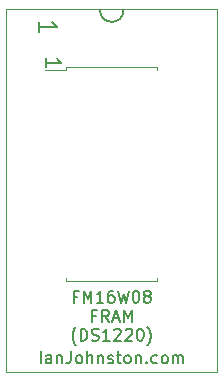
<source format=gbr>
%TF.GenerationSoftware,KiCad,Pcbnew,8.0.3*%
%TF.CreationDate,2024-06-20T11:34:12+01:00*%
%TF.ProjectId,FM16W08-3458A-AdaptorV1.0,464d3136-5730-4382-9d33-343538412d41,rev?*%
%TF.SameCoordinates,Original*%
%TF.FileFunction,Legend,Top*%
%TF.FilePolarity,Positive*%
%FSLAX46Y46*%
G04 Gerber Fmt 4.6, Leading zero omitted, Abs format (unit mm)*
G04 Created by KiCad (PCBNEW 8.0.3) date 2024-06-20 11:34:12*
%MOMM*%
%LPD*%
G01*
G04 APERTURE LIST*
%ADD10C,0.150000*%
%ADD11C,0.203200*%
%ADD12C,0.120000*%
%ADD13C,0.200000*%
G04 APERTURE END LIST*
D10*
X142312190Y-110867819D02*
X142312190Y-109867819D01*
X143216951Y-110867819D02*
X143216951Y-110344009D01*
X143216951Y-110344009D02*
X143169332Y-110248771D01*
X143169332Y-110248771D02*
X143074094Y-110201152D01*
X143074094Y-110201152D02*
X142883618Y-110201152D01*
X142883618Y-110201152D02*
X142788380Y-110248771D01*
X143216951Y-110820200D02*
X143121713Y-110867819D01*
X143121713Y-110867819D02*
X142883618Y-110867819D01*
X142883618Y-110867819D02*
X142788380Y-110820200D01*
X142788380Y-110820200D02*
X142740761Y-110724961D01*
X142740761Y-110724961D02*
X142740761Y-110629723D01*
X142740761Y-110629723D02*
X142788380Y-110534485D01*
X142788380Y-110534485D02*
X142883618Y-110486866D01*
X142883618Y-110486866D02*
X143121713Y-110486866D01*
X143121713Y-110486866D02*
X143216951Y-110439247D01*
X143693142Y-110201152D02*
X143693142Y-110867819D01*
X143693142Y-110296390D02*
X143740761Y-110248771D01*
X143740761Y-110248771D02*
X143835999Y-110201152D01*
X143835999Y-110201152D02*
X143978856Y-110201152D01*
X143978856Y-110201152D02*
X144074094Y-110248771D01*
X144074094Y-110248771D02*
X144121713Y-110344009D01*
X144121713Y-110344009D02*
X144121713Y-110867819D01*
X144883618Y-109867819D02*
X144883618Y-110582104D01*
X144883618Y-110582104D02*
X144835999Y-110724961D01*
X144835999Y-110724961D02*
X144740761Y-110820200D01*
X144740761Y-110820200D02*
X144597904Y-110867819D01*
X144597904Y-110867819D02*
X144502666Y-110867819D01*
X145502666Y-110867819D02*
X145407428Y-110820200D01*
X145407428Y-110820200D02*
X145359809Y-110772580D01*
X145359809Y-110772580D02*
X145312190Y-110677342D01*
X145312190Y-110677342D02*
X145312190Y-110391628D01*
X145312190Y-110391628D02*
X145359809Y-110296390D01*
X145359809Y-110296390D02*
X145407428Y-110248771D01*
X145407428Y-110248771D02*
X145502666Y-110201152D01*
X145502666Y-110201152D02*
X145645523Y-110201152D01*
X145645523Y-110201152D02*
X145740761Y-110248771D01*
X145740761Y-110248771D02*
X145788380Y-110296390D01*
X145788380Y-110296390D02*
X145835999Y-110391628D01*
X145835999Y-110391628D02*
X145835999Y-110677342D01*
X145835999Y-110677342D02*
X145788380Y-110772580D01*
X145788380Y-110772580D02*
X145740761Y-110820200D01*
X145740761Y-110820200D02*
X145645523Y-110867819D01*
X145645523Y-110867819D02*
X145502666Y-110867819D01*
X146264571Y-110867819D02*
X146264571Y-109867819D01*
X146693142Y-110867819D02*
X146693142Y-110344009D01*
X146693142Y-110344009D02*
X146645523Y-110248771D01*
X146645523Y-110248771D02*
X146550285Y-110201152D01*
X146550285Y-110201152D02*
X146407428Y-110201152D01*
X146407428Y-110201152D02*
X146312190Y-110248771D01*
X146312190Y-110248771D02*
X146264571Y-110296390D01*
X147169333Y-110201152D02*
X147169333Y-110867819D01*
X147169333Y-110296390D02*
X147216952Y-110248771D01*
X147216952Y-110248771D02*
X147312190Y-110201152D01*
X147312190Y-110201152D02*
X147455047Y-110201152D01*
X147455047Y-110201152D02*
X147550285Y-110248771D01*
X147550285Y-110248771D02*
X147597904Y-110344009D01*
X147597904Y-110344009D02*
X147597904Y-110867819D01*
X148026476Y-110820200D02*
X148121714Y-110867819D01*
X148121714Y-110867819D02*
X148312190Y-110867819D01*
X148312190Y-110867819D02*
X148407428Y-110820200D01*
X148407428Y-110820200D02*
X148455047Y-110724961D01*
X148455047Y-110724961D02*
X148455047Y-110677342D01*
X148455047Y-110677342D02*
X148407428Y-110582104D01*
X148407428Y-110582104D02*
X148312190Y-110534485D01*
X148312190Y-110534485D02*
X148169333Y-110534485D01*
X148169333Y-110534485D02*
X148074095Y-110486866D01*
X148074095Y-110486866D02*
X148026476Y-110391628D01*
X148026476Y-110391628D02*
X148026476Y-110344009D01*
X148026476Y-110344009D02*
X148074095Y-110248771D01*
X148074095Y-110248771D02*
X148169333Y-110201152D01*
X148169333Y-110201152D02*
X148312190Y-110201152D01*
X148312190Y-110201152D02*
X148407428Y-110248771D01*
X148740762Y-110201152D02*
X149121714Y-110201152D01*
X148883619Y-109867819D02*
X148883619Y-110724961D01*
X148883619Y-110724961D02*
X148931238Y-110820200D01*
X148931238Y-110820200D02*
X149026476Y-110867819D01*
X149026476Y-110867819D02*
X149121714Y-110867819D01*
X149597905Y-110867819D02*
X149502667Y-110820200D01*
X149502667Y-110820200D02*
X149455048Y-110772580D01*
X149455048Y-110772580D02*
X149407429Y-110677342D01*
X149407429Y-110677342D02*
X149407429Y-110391628D01*
X149407429Y-110391628D02*
X149455048Y-110296390D01*
X149455048Y-110296390D02*
X149502667Y-110248771D01*
X149502667Y-110248771D02*
X149597905Y-110201152D01*
X149597905Y-110201152D02*
X149740762Y-110201152D01*
X149740762Y-110201152D02*
X149836000Y-110248771D01*
X149836000Y-110248771D02*
X149883619Y-110296390D01*
X149883619Y-110296390D02*
X149931238Y-110391628D01*
X149931238Y-110391628D02*
X149931238Y-110677342D01*
X149931238Y-110677342D02*
X149883619Y-110772580D01*
X149883619Y-110772580D02*
X149836000Y-110820200D01*
X149836000Y-110820200D02*
X149740762Y-110867819D01*
X149740762Y-110867819D02*
X149597905Y-110867819D01*
X150359810Y-110201152D02*
X150359810Y-110867819D01*
X150359810Y-110296390D02*
X150407429Y-110248771D01*
X150407429Y-110248771D02*
X150502667Y-110201152D01*
X150502667Y-110201152D02*
X150645524Y-110201152D01*
X150645524Y-110201152D02*
X150740762Y-110248771D01*
X150740762Y-110248771D02*
X150788381Y-110344009D01*
X150788381Y-110344009D02*
X150788381Y-110867819D01*
X151264572Y-110772580D02*
X151312191Y-110820200D01*
X151312191Y-110820200D02*
X151264572Y-110867819D01*
X151264572Y-110867819D02*
X151216953Y-110820200D01*
X151216953Y-110820200D02*
X151264572Y-110772580D01*
X151264572Y-110772580D02*
X151264572Y-110867819D01*
X152169333Y-110820200D02*
X152074095Y-110867819D01*
X152074095Y-110867819D02*
X151883619Y-110867819D01*
X151883619Y-110867819D02*
X151788381Y-110820200D01*
X151788381Y-110820200D02*
X151740762Y-110772580D01*
X151740762Y-110772580D02*
X151693143Y-110677342D01*
X151693143Y-110677342D02*
X151693143Y-110391628D01*
X151693143Y-110391628D02*
X151740762Y-110296390D01*
X151740762Y-110296390D02*
X151788381Y-110248771D01*
X151788381Y-110248771D02*
X151883619Y-110201152D01*
X151883619Y-110201152D02*
X152074095Y-110201152D01*
X152074095Y-110201152D02*
X152169333Y-110248771D01*
X152740762Y-110867819D02*
X152645524Y-110820200D01*
X152645524Y-110820200D02*
X152597905Y-110772580D01*
X152597905Y-110772580D02*
X152550286Y-110677342D01*
X152550286Y-110677342D02*
X152550286Y-110391628D01*
X152550286Y-110391628D02*
X152597905Y-110296390D01*
X152597905Y-110296390D02*
X152645524Y-110248771D01*
X152645524Y-110248771D02*
X152740762Y-110201152D01*
X152740762Y-110201152D02*
X152883619Y-110201152D01*
X152883619Y-110201152D02*
X152978857Y-110248771D01*
X152978857Y-110248771D02*
X153026476Y-110296390D01*
X153026476Y-110296390D02*
X153074095Y-110391628D01*
X153074095Y-110391628D02*
X153074095Y-110677342D01*
X153074095Y-110677342D02*
X153026476Y-110772580D01*
X153026476Y-110772580D02*
X152978857Y-110820200D01*
X152978857Y-110820200D02*
X152883619Y-110867819D01*
X152883619Y-110867819D02*
X152740762Y-110867819D01*
X153502667Y-110867819D02*
X153502667Y-110201152D01*
X153502667Y-110296390D02*
X153550286Y-110248771D01*
X153550286Y-110248771D02*
X153645524Y-110201152D01*
X153645524Y-110201152D02*
X153788381Y-110201152D01*
X153788381Y-110201152D02*
X153883619Y-110248771D01*
X153883619Y-110248771D02*
X153931238Y-110344009D01*
X153931238Y-110344009D02*
X153931238Y-110867819D01*
X153931238Y-110344009D02*
X153978857Y-110248771D01*
X153978857Y-110248771D02*
X154074095Y-110201152D01*
X154074095Y-110201152D02*
X154216952Y-110201152D01*
X154216952Y-110201152D02*
X154312191Y-110248771D01*
X154312191Y-110248771D02*
X154359810Y-110344009D01*
X154359810Y-110344009D02*
X154359810Y-110867819D01*
X142784223Y-85775303D02*
X142784223Y-85049588D01*
X142784223Y-85412445D02*
X144054223Y-85412445D01*
X144054223Y-85412445D02*
X143872795Y-85291493D01*
X143872795Y-85291493D02*
X143751842Y-85170541D01*
X143751842Y-85170541D02*
X143691366Y-85049588D01*
X145431238Y-105219121D02*
X145097905Y-105219121D01*
X145097905Y-105742931D02*
X145097905Y-104742931D01*
X145097905Y-104742931D02*
X145574095Y-104742931D01*
X145955048Y-105742931D02*
X145955048Y-104742931D01*
X145955048Y-104742931D02*
X146288381Y-105457216D01*
X146288381Y-105457216D02*
X146621714Y-104742931D01*
X146621714Y-104742931D02*
X146621714Y-105742931D01*
X147621714Y-105742931D02*
X147050286Y-105742931D01*
X147336000Y-105742931D02*
X147336000Y-104742931D01*
X147336000Y-104742931D02*
X147240762Y-104885788D01*
X147240762Y-104885788D02*
X147145524Y-104981026D01*
X147145524Y-104981026D02*
X147050286Y-105028645D01*
X148478857Y-104742931D02*
X148288381Y-104742931D01*
X148288381Y-104742931D02*
X148193143Y-104790550D01*
X148193143Y-104790550D02*
X148145524Y-104838169D01*
X148145524Y-104838169D02*
X148050286Y-104981026D01*
X148050286Y-104981026D02*
X148002667Y-105171502D01*
X148002667Y-105171502D02*
X148002667Y-105552454D01*
X148002667Y-105552454D02*
X148050286Y-105647692D01*
X148050286Y-105647692D02*
X148097905Y-105695312D01*
X148097905Y-105695312D02*
X148193143Y-105742931D01*
X148193143Y-105742931D02*
X148383619Y-105742931D01*
X148383619Y-105742931D02*
X148478857Y-105695312D01*
X148478857Y-105695312D02*
X148526476Y-105647692D01*
X148526476Y-105647692D02*
X148574095Y-105552454D01*
X148574095Y-105552454D02*
X148574095Y-105314359D01*
X148574095Y-105314359D02*
X148526476Y-105219121D01*
X148526476Y-105219121D02*
X148478857Y-105171502D01*
X148478857Y-105171502D02*
X148383619Y-105123883D01*
X148383619Y-105123883D02*
X148193143Y-105123883D01*
X148193143Y-105123883D02*
X148097905Y-105171502D01*
X148097905Y-105171502D02*
X148050286Y-105219121D01*
X148050286Y-105219121D02*
X148002667Y-105314359D01*
X148907429Y-104742931D02*
X149145524Y-105742931D01*
X149145524Y-105742931D02*
X149336000Y-105028645D01*
X149336000Y-105028645D02*
X149526476Y-105742931D01*
X149526476Y-105742931D02*
X149764572Y-104742931D01*
X150336000Y-104742931D02*
X150431238Y-104742931D01*
X150431238Y-104742931D02*
X150526476Y-104790550D01*
X150526476Y-104790550D02*
X150574095Y-104838169D01*
X150574095Y-104838169D02*
X150621714Y-104933407D01*
X150621714Y-104933407D02*
X150669333Y-105123883D01*
X150669333Y-105123883D02*
X150669333Y-105361978D01*
X150669333Y-105361978D02*
X150621714Y-105552454D01*
X150621714Y-105552454D02*
X150574095Y-105647692D01*
X150574095Y-105647692D02*
X150526476Y-105695312D01*
X150526476Y-105695312D02*
X150431238Y-105742931D01*
X150431238Y-105742931D02*
X150336000Y-105742931D01*
X150336000Y-105742931D02*
X150240762Y-105695312D01*
X150240762Y-105695312D02*
X150193143Y-105647692D01*
X150193143Y-105647692D02*
X150145524Y-105552454D01*
X150145524Y-105552454D02*
X150097905Y-105361978D01*
X150097905Y-105361978D02*
X150097905Y-105123883D01*
X150097905Y-105123883D02*
X150145524Y-104933407D01*
X150145524Y-104933407D02*
X150193143Y-104838169D01*
X150193143Y-104838169D02*
X150240762Y-104790550D01*
X150240762Y-104790550D02*
X150336000Y-104742931D01*
X151240762Y-105171502D02*
X151145524Y-105123883D01*
X151145524Y-105123883D02*
X151097905Y-105076264D01*
X151097905Y-105076264D02*
X151050286Y-104981026D01*
X151050286Y-104981026D02*
X151050286Y-104933407D01*
X151050286Y-104933407D02*
X151097905Y-104838169D01*
X151097905Y-104838169D02*
X151145524Y-104790550D01*
X151145524Y-104790550D02*
X151240762Y-104742931D01*
X151240762Y-104742931D02*
X151431238Y-104742931D01*
X151431238Y-104742931D02*
X151526476Y-104790550D01*
X151526476Y-104790550D02*
X151574095Y-104838169D01*
X151574095Y-104838169D02*
X151621714Y-104933407D01*
X151621714Y-104933407D02*
X151621714Y-104981026D01*
X151621714Y-104981026D02*
X151574095Y-105076264D01*
X151574095Y-105076264D02*
X151526476Y-105123883D01*
X151526476Y-105123883D02*
X151431238Y-105171502D01*
X151431238Y-105171502D02*
X151240762Y-105171502D01*
X151240762Y-105171502D02*
X151145524Y-105219121D01*
X151145524Y-105219121D02*
X151097905Y-105266740D01*
X151097905Y-105266740D02*
X151050286Y-105361978D01*
X151050286Y-105361978D02*
X151050286Y-105552454D01*
X151050286Y-105552454D02*
X151097905Y-105647692D01*
X151097905Y-105647692D02*
X151145524Y-105695312D01*
X151145524Y-105695312D02*
X151240762Y-105742931D01*
X151240762Y-105742931D02*
X151431238Y-105742931D01*
X151431238Y-105742931D02*
X151526476Y-105695312D01*
X151526476Y-105695312D02*
X151574095Y-105647692D01*
X151574095Y-105647692D02*
X151621714Y-105552454D01*
X151621714Y-105552454D02*
X151621714Y-105361978D01*
X151621714Y-105361978D02*
X151574095Y-105266740D01*
X151574095Y-105266740D02*
X151526476Y-105219121D01*
X151526476Y-105219121D02*
X151431238Y-105171502D01*
X146978857Y-106829065D02*
X146645524Y-106829065D01*
X146645524Y-107352875D02*
X146645524Y-106352875D01*
X146645524Y-106352875D02*
X147121714Y-106352875D01*
X148074095Y-107352875D02*
X147740762Y-106876684D01*
X147502667Y-107352875D02*
X147502667Y-106352875D01*
X147502667Y-106352875D02*
X147883619Y-106352875D01*
X147883619Y-106352875D02*
X147978857Y-106400494D01*
X147978857Y-106400494D02*
X148026476Y-106448113D01*
X148026476Y-106448113D02*
X148074095Y-106543351D01*
X148074095Y-106543351D02*
X148074095Y-106686208D01*
X148074095Y-106686208D02*
X148026476Y-106781446D01*
X148026476Y-106781446D02*
X147978857Y-106829065D01*
X147978857Y-106829065D02*
X147883619Y-106876684D01*
X147883619Y-106876684D02*
X147502667Y-106876684D01*
X148455048Y-107067160D02*
X148931238Y-107067160D01*
X148359810Y-107352875D02*
X148693143Y-106352875D01*
X148693143Y-106352875D02*
X149026476Y-107352875D01*
X149359810Y-107352875D02*
X149359810Y-106352875D01*
X149359810Y-106352875D02*
X149693143Y-107067160D01*
X149693143Y-107067160D02*
X150026476Y-106352875D01*
X150026476Y-106352875D02*
X150026476Y-107352875D01*
X145312190Y-109343771D02*
X145264571Y-109296152D01*
X145264571Y-109296152D02*
X145169333Y-109153295D01*
X145169333Y-109153295D02*
X145121714Y-109058057D01*
X145121714Y-109058057D02*
X145074095Y-108915200D01*
X145074095Y-108915200D02*
X145026476Y-108677104D01*
X145026476Y-108677104D02*
X145026476Y-108486628D01*
X145026476Y-108486628D02*
X145074095Y-108248533D01*
X145074095Y-108248533D02*
X145121714Y-108105676D01*
X145121714Y-108105676D02*
X145169333Y-108010438D01*
X145169333Y-108010438D02*
X145264571Y-107867580D01*
X145264571Y-107867580D02*
X145312190Y-107819961D01*
X145693143Y-108962819D02*
X145693143Y-107962819D01*
X145693143Y-107962819D02*
X145931238Y-107962819D01*
X145931238Y-107962819D02*
X146074095Y-108010438D01*
X146074095Y-108010438D02*
X146169333Y-108105676D01*
X146169333Y-108105676D02*
X146216952Y-108200914D01*
X146216952Y-108200914D02*
X146264571Y-108391390D01*
X146264571Y-108391390D02*
X146264571Y-108534247D01*
X146264571Y-108534247D02*
X146216952Y-108724723D01*
X146216952Y-108724723D02*
X146169333Y-108819961D01*
X146169333Y-108819961D02*
X146074095Y-108915200D01*
X146074095Y-108915200D02*
X145931238Y-108962819D01*
X145931238Y-108962819D02*
X145693143Y-108962819D01*
X146645524Y-108915200D02*
X146788381Y-108962819D01*
X146788381Y-108962819D02*
X147026476Y-108962819D01*
X147026476Y-108962819D02*
X147121714Y-108915200D01*
X147121714Y-108915200D02*
X147169333Y-108867580D01*
X147169333Y-108867580D02*
X147216952Y-108772342D01*
X147216952Y-108772342D02*
X147216952Y-108677104D01*
X147216952Y-108677104D02*
X147169333Y-108581866D01*
X147169333Y-108581866D02*
X147121714Y-108534247D01*
X147121714Y-108534247D02*
X147026476Y-108486628D01*
X147026476Y-108486628D02*
X146836000Y-108439009D01*
X146836000Y-108439009D02*
X146740762Y-108391390D01*
X146740762Y-108391390D02*
X146693143Y-108343771D01*
X146693143Y-108343771D02*
X146645524Y-108248533D01*
X146645524Y-108248533D02*
X146645524Y-108153295D01*
X146645524Y-108153295D02*
X146693143Y-108058057D01*
X146693143Y-108058057D02*
X146740762Y-108010438D01*
X146740762Y-108010438D02*
X146836000Y-107962819D01*
X146836000Y-107962819D02*
X147074095Y-107962819D01*
X147074095Y-107962819D02*
X147216952Y-108010438D01*
X148169333Y-108962819D02*
X147597905Y-108962819D01*
X147883619Y-108962819D02*
X147883619Y-107962819D01*
X147883619Y-107962819D02*
X147788381Y-108105676D01*
X147788381Y-108105676D02*
X147693143Y-108200914D01*
X147693143Y-108200914D02*
X147597905Y-108248533D01*
X148550286Y-108058057D02*
X148597905Y-108010438D01*
X148597905Y-108010438D02*
X148693143Y-107962819D01*
X148693143Y-107962819D02*
X148931238Y-107962819D01*
X148931238Y-107962819D02*
X149026476Y-108010438D01*
X149026476Y-108010438D02*
X149074095Y-108058057D01*
X149074095Y-108058057D02*
X149121714Y-108153295D01*
X149121714Y-108153295D02*
X149121714Y-108248533D01*
X149121714Y-108248533D02*
X149074095Y-108391390D01*
X149074095Y-108391390D02*
X148502667Y-108962819D01*
X148502667Y-108962819D02*
X149121714Y-108962819D01*
X149502667Y-108058057D02*
X149550286Y-108010438D01*
X149550286Y-108010438D02*
X149645524Y-107962819D01*
X149645524Y-107962819D02*
X149883619Y-107962819D01*
X149883619Y-107962819D02*
X149978857Y-108010438D01*
X149978857Y-108010438D02*
X150026476Y-108058057D01*
X150026476Y-108058057D02*
X150074095Y-108153295D01*
X150074095Y-108153295D02*
X150074095Y-108248533D01*
X150074095Y-108248533D02*
X150026476Y-108391390D01*
X150026476Y-108391390D02*
X149455048Y-108962819D01*
X149455048Y-108962819D02*
X150074095Y-108962819D01*
X150693143Y-107962819D02*
X150788381Y-107962819D01*
X150788381Y-107962819D02*
X150883619Y-108010438D01*
X150883619Y-108010438D02*
X150931238Y-108058057D01*
X150931238Y-108058057D02*
X150978857Y-108153295D01*
X150978857Y-108153295D02*
X151026476Y-108343771D01*
X151026476Y-108343771D02*
X151026476Y-108581866D01*
X151026476Y-108581866D02*
X150978857Y-108772342D01*
X150978857Y-108772342D02*
X150931238Y-108867580D01*
X150931238Y-108867580D02*
X150883619Y-108915200D01*
X150883619Y-108915200D02*
X150788381Y-108962819D01*
X150788381Y-108962819D02*
X150693143Y-108962819D01*
X150693143Y-108962819D02*
X150597905Y-108915200D01*
X150597905Y-108915200D02*
X150550286Y-108867580D01*
X150550286Y-108867580D02*
X150502667Y-108772342D01*
X150502667Y-108772342D02*
X150455048Y-108581866D01*
X150455048Y-108581866D02*
X150455048Y-108343771D01*
X150455048Y-108343771D02*
X150502667Y-108153295D01*
X150502667Y-108153295D02*
X150550286Y-108058057D01*
X150550286Y-108058057D02*
X150597905Y-108010438D01*
X150597905Y-108010438D02*
X150693143Y-107962819D01*
X151359810Y-109343771D02*
X151407429Y-109296152D01*
X151407429Y-109296152D02*
X151502667Y-109153295D01*
X151502667Y-109153295D02*
X151550286Y-109058057D01*
X151550286Y-109058057D02*
X151597905Y-108915200D01*
X151597905Y-108915200D02*
X151645524Y-108677104D01*
X151645524Y-108677104D02*
X151645524Y-108486628D01*
X151645524Y-108486628D02*
X151597905Y-108248533D01*
X151597905Y-108248533D02*
X151550286Y-108105676D01*
X151550286Y-108105676D02*
X151502667Y-108010438D01*
X151502667Y-108010438D02*
X151407429Y-107867580D01*
X151407429Y-107867580D02*
X151359810Y-107819961D01*
D11*
X142183075Y-82828826D02*
X142183075Y-81957969D01*
X142183075Y-82393398D02*
X143707075Y-82393398D01*
X143707075Y-82393398D02*
X143489361Y-82248255D01*
X143489361Y-82248255D02*
X143344218Y-82103112D01*
X143344218Y-82103112D02*
X143271647Y-81957969D01*
D12*
%TO.C,SOCKET1*%
X139386000Y-80899000D02*
X139386000Y-111626000D01*
X139386000Y-111626000D02*
X157286000Y-111626000D01*
X157226000Y-80906000D02*
X139386000Y-80899000D01*
X157286000Y-111626000D02*
X157226000Y-80906000D01*
D13*
X149336000Y-80966000D02*
G75*
G02*
X147336000Y-80966000I-1000000J0D01*
G01*
D12*
%TO.C,U1*%
X144476000Y-85809000D02*
X144476000Y-86054000D01*
X144476000Y-86054000D02*
X142661000Y-86054000D01*
X144476000Y-103929000D02*
X144476000Y-103684000D01*
X148336000Y-85809000D02*
X144476000Y-85809000D01*
X148336000Y-85809000D02*
X152196000Y-85809000D01*
X148336000Y-103929000D02*
X144476000Y-103929000D01*
X148336000Y-103929000D02*
X152196000Y-103929000D01*
X152196000Y-85809000D02*
X152196000Y-86054000D01*
X152196000Y-103929000D02*
X152196000Y-103684000D01*
%TD*%
M02*

</source>
